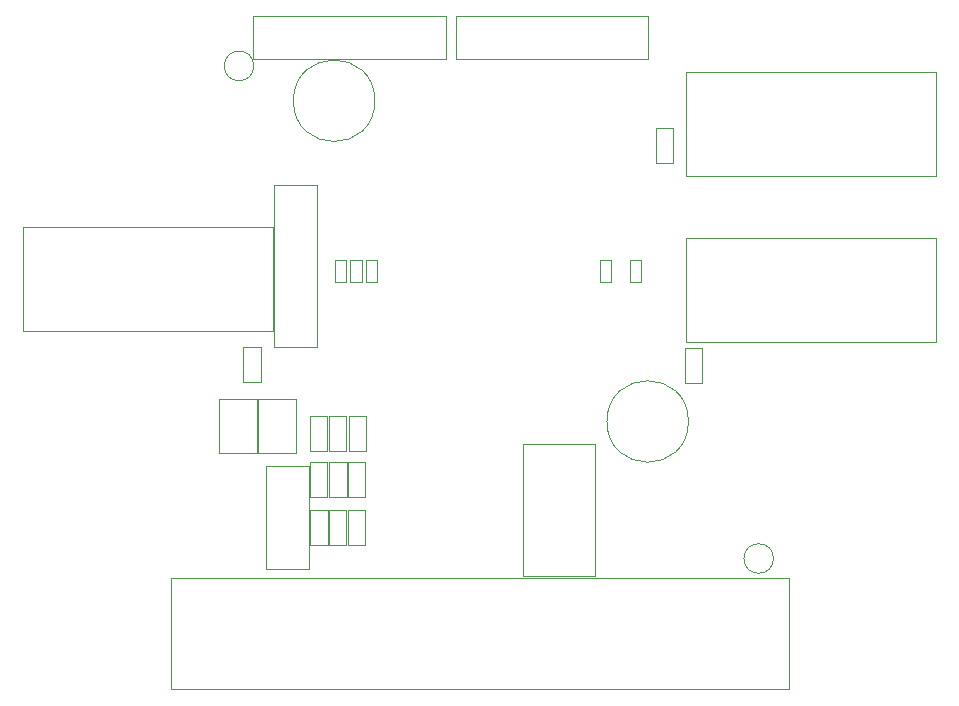
<source format=gbr>
G04 #@! TF.GenerationSoftware,KiCad,Pcbnew,7.0.7-7.0.7~ubuntu22.04.1*
G04 #@! TF.CreationDate,2023-09-29T12:00:57+02:00*
G04 #@! TF.ProjectId,astropix_v4,61737472-6f70-4697-985f-76342e6b6963,1.0*
G04 #@! TF.SameCoordinates,Original*
G04 #@! TF.FileFunction,Other,User*
%FSLAX46Y46*%
G04 Gerber Fmt 4.6, Leading zero omitted, Abs format (unit mm)*
G04 Created by KiCad (PCBNEW 7.0.7-7.0.7~ubuntu22.04.1) date 2023-09-29 12:00:57*
%MOMM*%
%LPD*%
G01*
G04 APERTURE LIST*
%ADD10C,0.050000*%
G04 APERTURE END LIST*
D10*
G04 #@! TO.C,C8*
X121481600Y-90569600D02*
X121481600Y-93529600D01*
X120021600Y-90569600D02*
X121481600Y-90569600D01*
X121481600Y-93529600D02*
X120021600Y-93529600D01*
X120021600Y-93529600D02*
X120021600Y-90569600D01*
G04 #@! TO.C,C9*
X119906800Y-90569600D02*
X119906800Y-93529600D01*
X118446800Y-90569600D02*
X119906800Y-90569600D01*
X119906800Y-93529600D02*
X118446800Y-93529600D01*
X118446800Y-93529600D02*
X118446800Y-90569600D01*
G04 #@! TO.C,C10*
X118281200Y-90569600D02*
X118281200Y-93529600D01*
X116821200Y-90569600D02*
X118281200Y-90569600D01*
X118281200Y-93529600D02*
X116821200Y-93529600D01*
X116821200Y-93529600D02*
X116821200Y-90569600D01*
G04 #@! TO.C,J6*
X92520000Y-79400000D02*
X113680000Y-79400000D01*
X92520000Y-79400000D02*
X92520000Y-70600000D01*
X113680000Y-70600000D02*
X113680000Y-79400000D01*
X113680000Y-70600000D02*
X92520000Y-70600000D01*
G04 #@! TO.C,J9*
X128292000Y-52810000D02*
X111992000Y-52810000D01*
X111992000Y-52810000D02*
X111992000Y-56410000D01*
X128292000Y-56410000D02*
X128292000Y-52810000D01*
X111992000Y-56410000D02*
X128292000Y-56410000D01*
G04 #@! TO.C,C6*
X109093200Y-89803000D02*
X109093200Y-85203000D01*
X112293200Y-89803000D02*
X109093200Y-89803000D01*
X109093200Y-85203000D02*
X112293200Y-85203000D01*
X112293200Y-85203000D02*
X112293200Y-89803000D01*
G04 #@! TO.C,C4*
X112395200Y-89803000D02*
X112395200Y-85203000D01*
X115595200Y-89803000D02*
X112395200Y-89803000D01*
X112395200Y-85203000D02*
X115595200Y-85203000D01*
X115595200Y-85203000D02*
X115595200Y-89803000D01*
G04 #@! TO.C,FID2*
X156050000Y-98700000D02*
G75*
G03*
X156050000Y-98700000I-1250000J0D01*
G01*
G04 #@! TO.C,J10*
X129137000Y-56410000D02*
X145437000Y-56410000D01*
X145437000Y-56410000D02*
X145437000Y-52810000D01*
X129137000Y-52810000D02*
X129137000Y-56410000D01*
X145437000Y-52810000D02*
X129137000Y-52810000D01*
G04 #@! TO.C,JP1*
X113109600Y-90910000D02*
X113109600Y-99560000D01*
X113109600Y-99560000D02*
X116709600Y-99560000D01*
X116709600Y-90910000D02*
X113109600Y-90910000D01*
X116709600Y-99560000D02*
X116709600Y-90910000D01*
G04 #@! TO.C,C11*
X120021600Y-97568200D02*
X120021600Y-94608200D01*
X121481600Y-97568200D02*
X120021600Y-97568200D01*
X120021600Y-94608200D02*
X121481600Y-94608200D01*
X121481600Y-94608200D02*
X121481600Y-97568200D01*
G04 #@! TO.C,C13*
X118421400Y-97568200D02*
X118421400Y-94608200D01*
X119881400Y-97568200D02*
X118421400Y-97568200D01*
X118421400Y-94608200D02*
X119881400Y-94608200D01*
X119881400Y-94608200D02*
X119881400Y-97568200D01*
G04 #@! TO.C,R12*
X112630000Y-80820000D02*
X112630000Y-83780000D01*
X111170000Y-80820000D02*
X112630000Y-80820000D01*
X112630000Y-83780000D02*
X111170000Y-83780000D01*
X111170000Y-83780000D02*
X111170000Y-80820000D01*
G04 #@! TO.C,C14*
X116846600Y-97568200D02*
X116846600Y-94608200D01*
X118306600Y-97568200D02*
X116846600Y-97568200D01*
X116846600Y-94608200D02*
X118306600Y-94608200D01*
X118306600Y-94608200D02*
X118306600Y-97568200D01*
G04 #@! TO.C,R13*
X121530000Y-75330000D02*
X121530000Y-73470000D01*
X122470000Y-75330000D02*
X121530000Y-75330000D01*
X121530000Y-73470000D02*
X122470000Y-73470000D01*
X122470000Y-73470000D02*
X122470000Y-75330000D01*
G04 #@! TO.C,R14*
X118930000Y-75330000D02*
X118930000Y-73470000D01*
X119870000Y-75330000D02*
X118930000Y-75330000D01*
X118930000Y-73470000D02*
X119870000Y-73470000D01*
X119870000Y-73470000D02*
X119870000Y-75330000D01*
G04 #@! TO.C,R10*
X120230000Y-75330000D02*
X120230000Y-73470000D01*
X121170000Y-75330000D02*
X120230000Y-75330000D01*
X120230000Y-73470000D02*
X121170000Y-73470000D01*
X121170000Y-73470000D02*
X121170000Y-75330000D01*
G04 #@! TO.C,H1*
X122300000Y-59950000D02*
G75*
G03*
X122300000Y-59950000I-3450000J0D01*
G01*
G04 #@! TO.C,FID1*
X112050000Y-57000000D02*
G75*
G03*
X112050000Y-57000000I-1250000J0D01*
G01*
G04 #@! TO.C,H2*
X148850000Y-87100000D02*
G75*
G03*
X148850000Y-87100000I-3450000J0D01*
G01*
G04 #@! TO.C,R18*
X142270000Y-73470000D02*
X142270000Y-75330000D01*
X141330000Y-73470000D02*
X142270000Y-73470000D01*
X142270000Y-75330000D02*
X141330000Y-75330000D01*
X141330000Y-75330000D02*
X141330000Y-73470000D01*
G04 #@! TO.C,J4*
X169800000Y-71600000D02*
X148640000Y-71600000D01*
X169800000Y-71600000D02*
X169800000Y-80400000D01*
X148640000Y-80400000D02*
X148640000Y-71600000D01*
X148640000Y-80400000D02*
X169800000Y-80400000D01*
G04 #@! TO.C,C2*
X121530000Y-86620000D02*
X121530000Y-89580000D01*
X120070000Y-86620000D02*
X121530000Y-86620000D01*
X121530000Y-89580000D02*
X120070000Y-89580000D01*
X120070000Y-89580000D02*
X120070000Y-86620000D01*
G04 #@! TO.C,J11*
X113800000Y-67060000D02*
X113800000Y-80810000D01*
X113800000Y-80810000D02*
X117400000Y-80810000D01*
X117400000Y-67060000D02*
X113800000Y-67060000D01*
X117400000Y-80810000D02*
X117400000Y-67060000D01*
G04 #@! TO.C,C15*
X119880000Y-86620000D02*
X119880000Y-89580000D01*
X118420000Y-86620000D02*
X119880000Y-86620000D01*
X119880000Y-89580000D02*
X118420000Y-89580000D01*
X118420000Y-89580000D02*
X118420000Y-86620000D01*
G04 #@! TO.C,J2*
X134800000Y-89020000D02*
X134800000Y-100220000D01*
X134800000Y-100220000D02*
X140950000Y-100220000D01*
X140950000Y-89020000D02*
X134800000Y-89020000D01*
X140950000Y-100220000D02*
X140950000Y-89020000D01*
G04 #@! TO.C,J8*
X169800000Y-57500000D02*
X148640000Y-57500000D01*
X169800000Y-57500000D02*
X169800000Y-66300000D01*
X148640000Y-66300000D02*
X148640000Y-57500000D01*
X148640000Y-66300000D02*
X169800000Y-66300000D01*
G04 #@! TO.C,R1*
X147530000Y-62220000D02*
X147530000Y-65180000D01*
X146070000Y-62220000D02*
X147530000Y-62220000D01*
X147530000Y-65180000D02*
X146070000Y-65180000D01*
X146070000Y-65180000D02*
X146070000Y-62220000D01*
G04 #@! TO.C,R17*
X144870000Y-73460000D02*
X144870000Y-75320000D01*
X143930000Y-73460000D02*
X144870000Y-73460000D01*
X144870000Y-75320000D02*
X143930000Y-75320000D01*
X143930000Y-75320000D02*
X143930000Y-73460000D01*
G04 #@! TO.C,C1*
X118280000Y-86620000D02*
X118280000Y-89580000D01*
X116820000Y-86620000D02*
X118280000Y-86620000D01*
X118280000Y-89580000D02*
X116820000Y-89580000D01*
X116820000Y-89580000D02*
X116820000Y-86620000D01*
G04 #@! TO.C,R2*
X150030000Y-80920000D02*
X150030000Y-83880000D01*
X148570000Y-80920000D02*
X150030000Y-80920000D01*
X150030000Y-83880000D02*
X148570000Y-83880000D01*
X148570000Y-83880000D02*
X148570000Y-80920000D01*
G04 #@! TO.C,J1*
X105022000Y-100341000D02*
X105022000Y-109741000D01*
X105022000Y-100341000D02*
X157322000Y-100341000D01*
X157322000Y-109741000D02*
X105022000Y-109741000D01*
X157322000Y-109741000D02*
X157322000Y-100341000D01*
G04 #@! TD*
M02*

</source>
